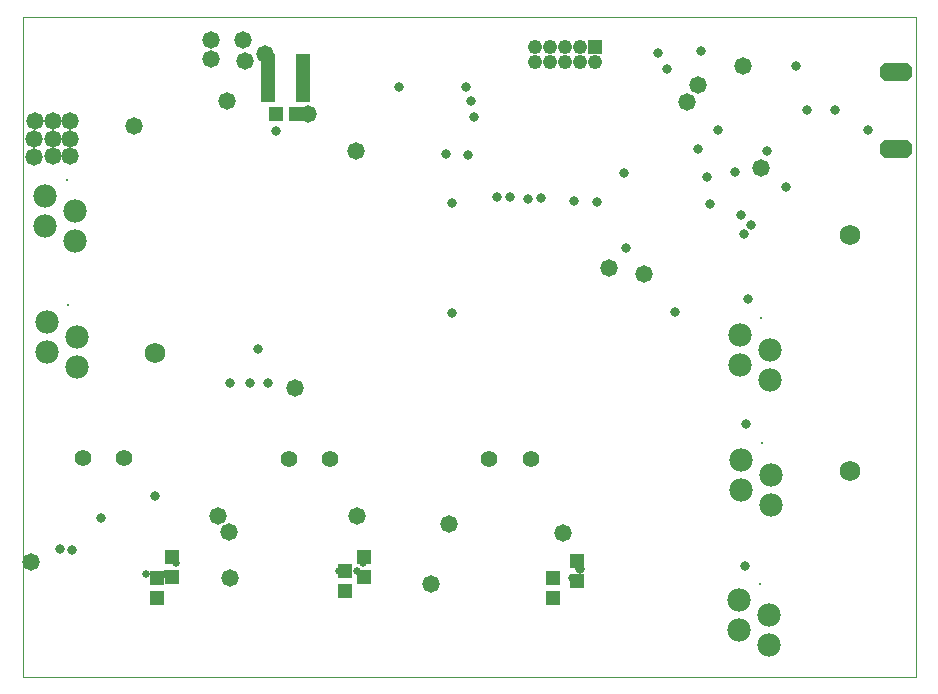
<source format=gbs>
G04 Layer_Color=8150272*
%FSLAX25Y25*%
%MOIN*%
G70*
G01*
G75*
%ADD42C,0.00394*%
%ADD84R,0.04737X0.05131*%
%ADD90R,0.05131X0.04737*%
%ADD108C,0.04800*%
%ADD109R,0.04800X0.04800*%
G04:AMPARAMS|DCode=110|XSize=63.12mil|YSize=106.42mil|CornerRadius=0mil|HoleSize=0mil|Usage=FLASHONLY|Rotation=90.000|XOffset=0mil|YOffset=0mil|HoleType=Round|Shape=Octagon|*
%AMOCTAGOND110*
4,1,8,-0.05321,-0.01578,-0.05321,0.01578,-0.03743,0.03156,0.03743,0.03156,0.05321,0.01578,0.05321,-0.01578,0.03743,-0.03156,-0.03743,-0.03156,-0.05321,-0.01578,0.0*
%
%ADD110OCTAGOND110*%

%ADD111C,0.07800*%
%ADD112C,0.00800*%
%ADD113C,0.05524*%
%ADD114C,0.06800*%
%ADD115C,0.05800*%
%ADD116C,0.03162*%
%ADD117C,0.02572*%
%ADD118R,0.05131X0.07887*%
D42*
Y234529D02*
X297521D01*
X0D02*
Y454447D01*
X297521D01*
Y234529D02*
Y454447D01*
D84*
X91043Y422146D02*
D03*
X84350D02*
D03*
D90*
X49606Y267913D02*
D03*
Y274606D02*
D03*
X44700Y267446D02*
D03*
Y260754D02*
D03*
X107300Y269847D02*
D03*
Y263154D02*
D03*
X113780Y267914D02*
D03*
Y274606D02*
D03*
X176600Y267547D02*
D03*
Y260854D02*
D03*
X184646Y266339D02*
D03*
Y273031D02*
D03*
D108*
X170610Y439626D02*
D03*
Y444626D02*
D03*
X175610Y439626D02*
D03*
Y444626D02*
D03*
X180610Y439626D02*
D03*
Y444626D02*
D03*
X185610Y439626D02*
D03*
Y444626D02*
D03*
X190610Y439626D02*
D03*
D109*
Y444626D02*
D03*
D110*
X290945Y410610D02*
D03*
Y436240D02*
D03*
D111*
X7995Y352854D02*
D03*
X17995Y347854D02*
D03*
X7995Y342854D02*
D03*
X17995Y337854D02*
D03*
X7503Y394783D02*
D03*
X17503Y389783D02*
D03*
X7503Y384783D02*
D03*
X17503Y379783D02*
D03*
X248605Y245138D02*
D03*
X238605Y250138D02*
D03*
X248605Y255138D02*
D03*
X238605Y260138D02*
D03*
X249294Y291890D02*
D03*
X239295Y296890D02*
D03*
X249294Y301890D02*
D03*
X239295Y306890D02*
D03*
X248999Y333622D02*
D03*
X238999Y338622D02*
D03*
X248999Y343622D02*
D03*
X238999Y348622D02*
D03*
D112*
X15082Y358366D02*
D03*
X14590Y400295D02*
D03*
X245692Y265650D02*
D03*
X246381Y312402D02*
D03*
X246086Y354134D02*
D03*
D113*
X155512Y307086D02*
D03*
X169291D02*
D03*
X88583D02*
D03*
X102362D02*
D03*
X19980Y307480D02*
D03*
X33760D02*
D03*
D114*
X43898Y342520D02*
D03*
X275590Y303150D02*
D03*
Y381890D02*
D03*
D115*
X94882Y422047D02*
D03*
X221358Y426083D02*
D03*
X136024Y265354D02*
D03*
X68701Y282677D02*
D03*
X68898Y267421D02*
D03*
X111122Y409842D02*
D03*
X80709Y442126D02*
D03*
X73228Y446850D02*
D03*
X62598D02*
D03*
X74016Y439764D02*
D03*
X62598Y440551D02*
D03*
X180118Y282480D02*
D03*
X245866Y404035D02*
D03*
X224902Y431890D02*
D03*
X240059Y438189D02*
D03*
X141929Y285630D02*
D03*
X111417Y288189D02*
D03*
X206972Y368700D02*
D03*
X64961Y288189D02*
D03*
X90551Y330709D02*
D03*
X37008Y418012D02*
D03*
X67936Y426577D02*
D03*
X3937Y419783D02*
D03*
X10138Y419685D02*
D03*
X15650Y419783D02*
D03*
X3740Y413681D02*
D03*
X3839Y407972D02*
D03*
X10039Y413681D02*
D03*
X15551Y413779D02*
D03*
X10039Y408071D02*
D03*
X15650D02*
D03*
X195374Y370669D02*
D03*
X2756Y272736D02*
D03*
D116*
X84252Y416535D02*
D03*
X185827Y270472D02*
D03*
X200272Y402600D02*
D03*
X148302Y408637D02*
D03*
X149385Y426354D02*
D03*
X211772Y442500D02*
D03*
X239272Y388583D02*
D03*
X150369Y421038D02*
D03*
X261417Y423622D02*
D03*
X12402Y277165D02*
D03*
X43898Y294685D02*
D03*
X158169Y394488D02*
D03*
X162500D02*
D03*
X168405Y393701D02*
D03*
X172736Y394094D02*
D03*
X281594Y416929D02*
D03*
X68996Y332480D02*
D03*
X183760Y393062D02*
D03*
X228172Y401000D02*
D03*
X16227Y276673D02*
D03*
X26100Y287400D02*
D03*
X225098Y410630D02*
D03*
X229035Y392126D02*
D03*
X240417Y382283D02*
D03*
X242700Y385200D02*
D03*
X125295Y431201D02*
D03*
X75689Y332480D02*
D03*
X81595D02*
D03*
X78248Y343701D02*
D03*
X143130Y355709D02*
D03*
X191240Y392913D02*
D03*
X147613Y431294D02*
D03*
X141117Y408834D02*
D03*
X143130Y392323D02*
D03*
X214618Y437008D02*
D03*
X257670Y438189D02*
D03*
X270669Y423622D02*
D03*
X248130Y409842D02*
D03*
X254232Y397736D02*
D03*
X237500Y402756D02*
D03*
X241634Y360531D02*
D03*
X217372Y356153D02*
D03*
X241142Y318799D02*
D03*
X240846Y271654D02*
D03*
X200984Y377362D02*
D03*
X231693Y416936D02*
D03*
X226181Y443307D02*
D03*
D117*
X51181Y272441D02*
D03*
X113386Y272441D02*
D03*
X111417Y269685D02*
D03*
X40945Y268898D02*
D03*
X105512Y269685D02*
D03*
X183071Y267323D02*
D03*
X176772D02*
D03*
X47244Y268898D02*
D03*
D118*
X81693Y430020D02*
D03*
X93504D02*
D03*
X81595Y438091D02*
D03*
X93405D02*
D03*
M02*

</source>
